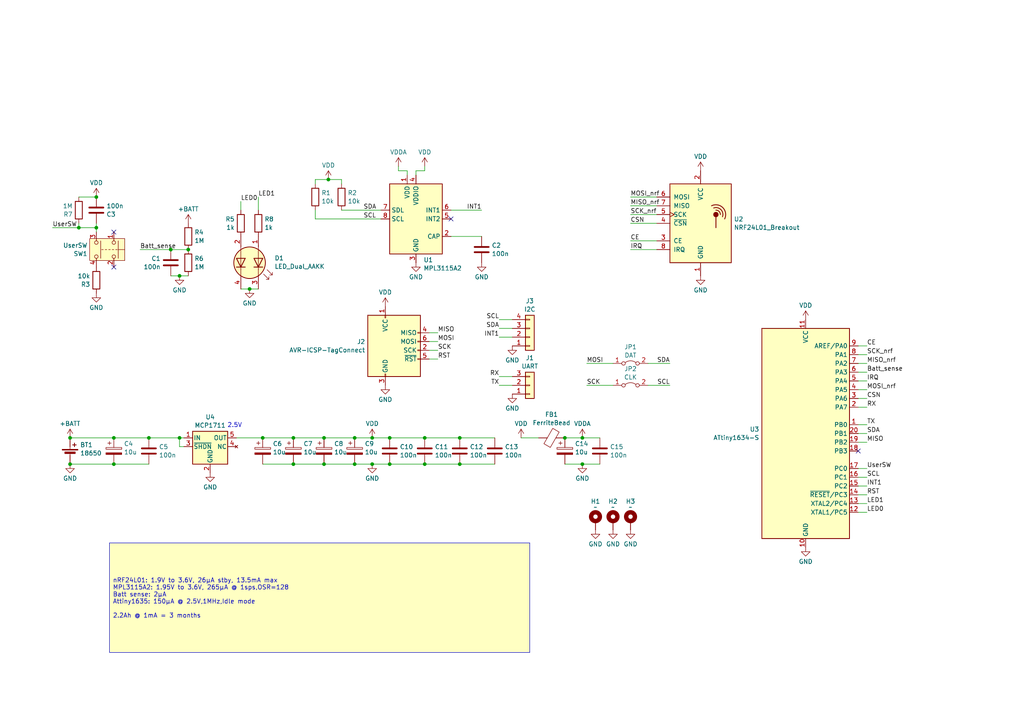
<source format=kicad_sch>
(kicad_sch (version 20231120) (generator "eeschema") (generator_version "8.0")
  (paper "A4")
  (lib_symbols
    (symbol "Connector_Generic:Conn_01x03" (pin_names (offset 1.016) hide)
      (property "Reference" "J" (at 0 5.08 0))
      (property "Value" "Conn_01x03" (at 0 -5.08 0))
      (symbol "Conn_01x03_1_1"
        (rectangle (start -1.27 -2.413) (end 0 -2.667) (stroke (width 0.1524)))
        (rectangle (start -1.27 0.127) (end 0 -0.127) (stroke (width 0.1524)))
        (rectangle (start -1.27 2.667) (end 0 2.413) (stroke (width 0.1524)))
        (rectangle (start -1.27 3.81) (end 1.27 -3.81) (stroke (width 0.254)) (fill (type background)))
        (pin passive line (at -5.08 2.54 0) (length 3.81) (name "Pin_1") (number "1"))
        (pin passive line (at -5.08 0 0) (length 3.81) (name "Pin_2") (number "2"))
        (pin passive line (at -5.08 -2.54 0) (length 3.81) (name "Pin_3") (number "3"))
      )
    )
    (symbol "Connector_Generic:Conn_01x04" (pin_names (offset 1.016) hide)
      (property "Reference" "J" (at 0 5.08 0))
      (property "Value" "Conn_01x04" (at 0 -7.62 0))
      (symbol "Conn_01x04_1_1"
        (rectangle (start -1.27 -4.953) (end 0 -5.207) (stroke (width 0.1524)))
        (rectangle (start -1.27 -2.413) (end 0 -2.667) (stroke (width 0.1524)))
        (rectangle (start -1.27 0.127) (end 0 -0.127) (stroke (width 0.1524)))
        (rectangle (start -1.27 2.667) (end 0 2.413) (stroke (width 0.1524)))
        (rectangle (start -1.27 3.81) (end 1.27 -6.35) (stroke (width 0.254)) (fill (type background)))
        (pin passive line (at -5.08 2.54 0) (length 3.81) (name "Pin_1") (number "1"))
        (pin passive line (at -5.08 0 0) (length 3.81) (name "Pin_2") (number "2"))
        (pin passive line (at -5.08 -2.54 0) (length 3.81) (name "Pin_3") (number "3"))
        (pin passive line (at -5.08 -5.08 0) (length 3.81) (name "Pin_4") (number "4"))
      )
    )
    (symbol "Device:Battery_Cell" (pin_numbers hide) (pin_names (offset 0) hide)
      (property "Reference" "BT" (at 2.54 2.54 0))
      (property "Value" "Battery_Cell" (at 2.54 0 0))
      (symbol "Battery_Cell_0_1"
        (rectangle (start -2.286 1.778) (end 2.286 1.524) (fill (type outline)))
        (rectangle (start -1.524 1.016) (end 1.524 0.508) (fill (type outline)))
        (polyline (pts (xy 0 0.762) (xy 0 0)))
        (polyline (pts (xy 0 1.778) (xy 0 2.54)))
        (polyline (pts (xy 0.762 3.048) (xy 1.778 3.048)) (stroke (width 0.254)))
        (polyline (pts (xy 1.27 3.556) (xy 1.27 2.54)) (stroke (width 0.254)))
      )
      (symbol "Battery_Cell_1_1"
        (pin passive line (at 0 5.08 270) (length 2.54) (name "+") (number "1"))
        (pin passive line (at 0 -2.54 90) (length 2.54) (name "-") (number "2"))
      )
    )
    (symbol "Device:C" (pin_numbers hide) (pin_names (offset 0.254))
      (property "Reference" "C" (at 0.635 2.54 0))
      (property "Value" "C" (at 0.635 -2.54 0))
      (symbol "C_0_1"
        (polyline (pts (xy -2.032 -0.762) (xy 2.032 -0.762)) (stroke (width 0.508)))
        (polyline (pts (xy -2.032 0.762) (xy 2.032 0.762)) (stroke (width 0.508)))
      )
      (symbol "C_1_1"
        (pin passive line (at 0 3.81 270) (length 2.794) (name "~") (number "1"))
        (pin passive line (at 0 -3.81 90) (length 2.794) (name "~") (number "2"))
      )
    )
    (symbol "Device:C_Polarized" (pin_numbers hide) (pin_names (offset 0.254))
      (property "Reference" "C" (at 0.635 2.54 0))
      (property "Value" "C_Polarized" (at 0.635 -2.54 0))
      (symbol "C_Polarized_0_1"
        (rectangle (start -2.286 0.508) (end 2.286 1.016))
        (polyline (pts (xy -1.778 2.286) (xy -0.762 2.286)))
        (polyline (pts (xy -1.27 2.794) (xy -1.27 1.778)))
        (rectangle (start 2.286 -0.508) (end -2.286 -1.016) (fill (type outline)))
      )
      (symbol "C_Polarized_1_1"
        (pin passive line (at 0 3.81 270) (length 2.794) (name "~") (number "1"))
        (pin passive line (at 0 -3.81 90) (length 2.794) (name "~") (number "2"))
      )
    )
    (symbol "Device:FerriteBead" (pin_numbers hide) (pin_names (offset 0))
      (property "Reference" "FB" (at -3.81 0.635 90))
      (property "Value" "FerriteBead" (at 3.81 0 90))
      (symbol "FerriteBead_0_1"
        (polyline (pts (xy 0 -1.27) (xy 0 -1.2192)))
        (polyline (pts (xy 0 1.27) (xy 0 1.2954)))
        (polyline (pts (xy -2.7686 0.4064) (xy -1.7018 2.2606) (xy 2.7686 -0.3048) (xy 1.6764 -2.159) (xy -2.7686 0.4064)))
      )
      (symbol "FerriteBead_1_1"
        (pin passive line (at 0 3.81 270) (length 2.54) (name "~") (number "1"))
        (pin passive line (at 0 -3.81 90) (length 2.54) (name "~") (number "2"))
      )
    )
    (symbol "Device:LED_Dual_AAKK" (pin_names (offset 0) hide)
      (property "Reference" "D" (at 0 5.715 0))
      (property "Value" "LED_Dual_AAKK" (at 0 -6.35 0))
      (symbol "LED_Dual_AAKK_0_1"
        (polyline (pts (xy -5.08 -2.54) (xy 2.032 -2.54)))
        (polyline (pts (xy -5.08 2.54) (xy 2.032 2.54)))
        (polyline (pts (xy 1.27 -1.27) (xy 1.27 -3.81)) (stroke (width 0.254)))
        (polyline (pts (xy 1.27 3.81) (xy 1.27 1.27)) (stroke (width 0.254)))
        (polyline (pts (xy 3.81 -2.54) (xy 1.905 -2.54)))
        (polyline (pts (xy 3.81 2.54) (xy 1.905 2.54)))
        (polyline (pts (xy -1.27 -1.27) (xy -1.27 -3.81) (xy 1.27 -2.54) (xy -1.27 -1.27)) (stroke (width 0.254)))
        (polyline (pts (xy -1.27 3.81) (xy -1.27 1.27) (xy 1.27 2.54) (xy -1.27 3.81)) (stroke (width 0.254)))
        (polyline (pts (xy 2.032 5.08) (xy 3.556 6.604) (xy 2.794 6.604) (xy 3.556 6.604) (xy 3.556 5.842)))
        (polyline (pts (xy 3.302 4.064) (xy 4.826 5.588) (xy 4.064 5.588) (xy 4.826 5.588) (xy 4.826 4.826)))
        (circle (center 0 0) (radius 4.572) (stroke (width 0.254)) (fill (type background)))
      )
      (symbol "LED_Dual_AAKK_1_1"
        (pin input line (at -7.62 2.54 0) (length 3.048) (name "A1") (number "1"))
        (pin input line (at -7.62 -2.54 0) (length 3.048) (name "A2") (number "2"))
        (pin input line (at 7.62 2.54 180) (length 3.81) (name "K1") (number "3"))
        (pin input line (at 7.62 -2.54 180) (length 3.81) (name "K2") (number "4"))
      )
    )
    (symbol "Device:R" (pin_numbers hide) (pin_names (offset 0))
      (property "Reference" "R" (at 2.032 0 90))
      (property "Value" "R" (at 0 0 90))
      (symbol "R_0_1"
        (rectangle (start -1.016 -2.54) (end 1.016 2.54) (stroke (width 0.254)))
      )
      (symbol "R_1_1"
        (pin passive line (at 0 3.81 270) (length 1.27) (name "~") (number "1"))
        (pin passive line (at 0 -3.81 90) (length 1.27) (name "~") (number "2"))
      )
    )
    (symbol "Jumper:Jumper_2_Bridged" (pin_names (offset 0) hide)
      (property "Reference" "JP" (at 0 1.905 0))
      (property "Value" "Jumper_2_Bridged" (at 0 -2.54 0))
      (symbol "Jumper_2_Bridged_0_0"
        (circle (center -2.032 0) (radius 0.508))
        (circle (center 2.032 0) (radius 0.508))
      )
      (symbol "Jumper_2_Bridged_0_1"
        (arc (start 1.524 0.254) (mid 0 0.762) (end -1.524 0.254))
      )
      (symbol "Jumper_2_Bridged_1_1"
        (pin passive line (at -5.08 0 0) (length 2.54) (name "A") (number "1"))
        (pin passive line (at 5.08 0 180) (length 2.54) (name "B") (number "2"))
      )
    )
    (symbol "MCU_Microchip_ATtiny:ATtiny1634-S"
      (property "Reference" "U" (at -12.7 31.75 0))
      (property "Value" "ATtiny1634-S" (at 2.54 -31.75 0))
      (symbol "ATtiny1634-S_0_1"
        (rectangle (start -12.7 -30.48) (end 12.7 30.48) (stroke (width 0.254)) (fill (type background)))
      )
      (symbol "ATtiny1634-S_1_1"
        (pin bidirectional line (at 15.24 2.54 180) (length 2.54) (name "PB0") (number "1"))
        (pin power_in line (at 0 -33.02 90) (length 2.54) (name "GND") (number "10"))
        (pin power_in line (at 0 33.02 270) (length 2.54) (name "VCC") (number "11"))
        (pin bidirectional line (at 15.24 -22.86 180) (length 2.54) (name "XTAL1/PC5") (number "12"))
        (pin bidirectional line (at 15.24 -20.32 180) (length 2.54) (name "XTAL2/PC4") (number "13"))
        (pin bidirectional line (at 15.24 -17.78 180) (length 2.54) (name "~{RESET}/PC3") (number "14"))
        (pin bidirectional line (at 15.24 -15.24 180) (length 2.54) (name "PC2") (number "15"))
        (pin bidirectional line (at 15.24 -12.7 180) (length 2.54) (name "PC1") (number "16"))
        (pin bidirectional line (at 15.24 -10.16 180) (length 2.54) (name "PC0") (number "17"))
        (pin bidirectional line (at 15.24 -5.08 180) (length 2.54) (name "PB3") (number "18"))
        (pin bidirectional line (at 15.24 -2.54 180) (length 2.54) (name "PB2") (number "19"))
        (pin bidirectional line (at 15.24 7.62 180) (length 2.54) (name "PA7") (number "2"))
        (pin bidirectional line (at 15.24 0 180) (length 2.54) (name "PB1") (number "20"))
        (pin bidirectional line (at 15.24 10.16 180) (length 2.54) (name "PA6") (number "3"))
        (pin bidirectional line (at 15.24 12.7 180) (length 2.54) (name "PA5") (number "4"))
        (pin bidirectional line (at 15.24 15.24 180) (length 2.54) (name "PA4") (number "5"))
        (pin bidirectional line (at 15.24 17.78 180) (length 2.54) (name "PA3") (number "6"))
        (pin bidirectional line (at 15.24 20.32 180) (length 2.54) (name "PA2") (number "7"))
        (pin bidirectional line (at 15.24 22.86 180) (length 2.54) (name "PA1") (number "8"))
        (pin bidirectional line (at 15.24 25.4 180) (length 2.54) (name "AREF/PA0") (number "9"))
      )
    )
    (symbol "Mechanical:MountingHole_Pad" (pin_numbers hide) (pin_names (offset 1.016) hide)
      (property "Reference" "H" (at 0 6.35 0))
      (property "Value" "MountingHole_Pad" (at 0 4.445 0))
      (symbol "MountingHole_Pad_0_1"
        (circle (center 0 1.27) (radius 1.27) (stroke (width 1.27)))
      )
      (symbol "MountingHole_Pad_1_1"
        (pin input line (at 0 -2.54 90) (length 2.54) (name "1") (number "1"))
      )
    )
    (symbol "RF:NRF24L01_Breakout" (pin_names (offset 1.016))
      (property "Reference" "U" (at -8.89 12.7 0))
      (property "Value" "NRF24L01_Breakout" (at 3.81 12.7 0))
      (symbol "NRF24L01_Breakout_0_1"
        (rectangle (start -8.89 11.43) (end 8.89 -11.43) (stroke (width 0.254)) (fill (type background)))
        (polyline (pts (xy 4.445 1.905) (xy 4.445 -1.27)) (stroke (width 0.254)))
        (circle (center 4.445 2.54) (radius 0.635) (stroke (width 0.254)) (fill (type outline)))
        (arc (start 5.715 2.54) (mid 5.3521 3.4546) (end 4.445 3.81) (stroke (width 0.254)))
        (arc (start 6.35 1.905) (mid 5.8763 3.9854) (end 3.81 4.445) (stroke (width 0.254)))
        (arc (start 6.985 1.27) (mid 6.453 4.548) (end 3.175 5.08) (stroke (width 0.254)))
      )
      (symbol "NRF24L01_Breakout_1_1"
        (pin power_in line (at 0 -15.24 90) (length 3.81) (name "GND") (number "1"))
        (pin power_in line (at 0 15.24 270) (length 3.81) (name "VCC") (number "2"))
        (pin input line (at -12.7 -5.08 0) (length 3.81) (name "CE") (number "3"))
        (pin input line (at -12.7 0 0) (length 3.81) (name "~{CSN}") (number "4"))
        (pin input clock (at -12.7 2.54 0) (length 3.81) (name "SCK") (number "5"))
        (pin input line (at -12.7 7.62 0) (length 3.81) (name "MOSI") (number "6"))
        (pin output line (at -12.7 5.08 0) (length 3.81) (name "MISO") (number "7"))
        (pin output line (at -12.7 -7.62 0) (length 3.81) (name "IRQ") (number "8"))
      )
    )
    (symbol "Sensor_Pressure:MPL3115A2"
      (property "Reference" "U" (at -6.35 11.43 0))
      (property "Value" "MPL3115A2" (at 6.35 11.43 0))
      (symbol "MPL3115A2_0_1"
        (rectangle (start 7.62 10.16) (end -7.62 -10.16) (stroke (width 0.254)) (fill (type background)))
      )
      (symbol "MPL3115A2_1_1"
        (pin power_in line (at -2.54 12.7 270) (length 2.54) (name "VDD") (number "1"))
        (pin passive line (at 10.16 -5.08 180) (length 2.54) (name "CAP") (number "2"))
        (pin power_in line (at 0 -12.7 90) (length 2.54) (name "GND") (number "3"))
        (pin power_in line (at 0 12.7 270) (length 2.54) (name "VDDIO") (number "4"))
        (pin open_collector line (at 10.16 0 180) (length 2.54) (name "INT2") (number "5"))
        (pin open_collector line (at 10.16 2.54 180) (length 2.54) (name "INT1") (number "6"))
        (pin bidirectional line (at -10.16 2.54 0) (length 2.54) (name "SDL") (number "7"))
        (pin input line (at -10.16 0 0) (length 2.54) (name "SCL") (number "8"))
      )
    )
    (symbol "Switch:SW_Push_Dual" (pin_names (offset 1.016) hide)
      (property "Reference" "SW" (at 0 7.62 0))
      (property "Value" "SW_Push_Dual" (at 0 -6.35 0))
      (symbol "SW_Push_Dual_0_1"
        (circle (center -2.032 -2.54) (radius 0.508))
        (circle (center -2.032 2.54) (radius 0.508))
        (polyline (pts (xy 0 -0.508) (xy 0 -1.016)))
        (polyline (pts (xy 0 0.508) (xy 0 0)))
        (polyline (pts (xy 0 1.016) (xy 0 1.524)))
        (polyline (pts (xy 0 2.032) (xy 0 2.54)))
        (polyline (pts (xy 0 3.048) (xy 0 3.556)))
        (polyline (pts (xy 0 3.81) (xy 0 5.588)))
        (polyline (pts (xy 2.54 -1.27) (xy -2.54 -1.27)))
        (polyline (pts (xy 2.54 3.81) (xy -2.54 3.81)))
        (circle (center 2.032 -2.54) (radius 0.508))
        (circle (center 2.032 2.54) (radius 0.508))
        (pin passive line (at -5.08 2.54 0) (length 2.54) (name "1") (number "1"))
        (pin passive line (at 5.08 2.54 180) (length 2.54) (name "2") (number "2"))
        (pin passive line (at -5.08 -2.54 0) (length 2.54) (name "3") (number "3"))
        (pin passive line (at 5.08 -2.54 180) (length 2.54) (name "4") (number "4"))
      )
      (symbol "SW_Push_Dual_1_1"
        (rectangle (start -3.175 5.715) (end 3.175 -4.445) (fill (type background)))
      )
    )
    (symbol "_MYLIBRARY:AVR-ICSP-Tagconnect" (pin_names (offset 1.016))
      (property "Reference" "J" (at -6.35 11.43 0))
      (property "Value" "AVR-ICSP-TagConnect" (at 0 11.43 0))
      (symbol "AVR-ICSP-Tagconnect_0_1"
        (rectangle (start -2.667 -6.858) (end -2.413 -7.62))
        (rectangle (start -2.667 10.16) (end -2.413 9.398))
        (rectangle (start 7.62 -2.413) (end 6.858 -2.667))
        (rectangle (start 7.62 0.127) (end 6.858 -0.127))
        (rectangle (start 7.62 2.667) (end 6.858 2.413))
        (rectangle (start 7.62 5.207) (end 6.858 4.953))
        (rectangle (start 7.62 10.16) (end -7.62 -7.62) (stroke (width 0.254)) (fill (type background)))
      )
      (symbol "AVR-ICSP-Tagconnect_1_1"
        (pin passive line (at -2.54 12.7 270) (length 2.54) (name "VCC") (number "1"))
        (pin passive line (at 10.16 0 180) (length 2.54) (name "SCK") (number "2"))
        (pin passive line (at -2.54 -10.16 90) (length 2.54) (name "GND") (number "3"))
        (pin passive line (at 10.16 5.08 180) (length 2.54) (name "MISO") (number "4"))
        (pin passive line (at 10.16 -2.54 180) (length 2.54) (name "~{RST}") (number "5"))
        (pin passive line (at 10.16 2.54 180) (length 2.54) (name "MOSI") (number "6"))
      )
    )
    (symbol "_MYLIBRARY:MCP1711" (pin_names (offset 0.254))
      (property "Reference" "U6" (at 0 7.4549 0))
      (property "Value" "MCP1711" (at 0 5.5339 0))
      (symbol "MCP1711_0_1"
        (rectangle (start -5.08 4.445) (end 5.08 -5.08) (stroke (width 0.254)) (fill (type background)))
      )
      (symbol "MCP1711_1_1"
        (pin power_in line (at -7.62 2.54 0) (length 2.54) (name "IN") (number "1"))
        (pin power_in line (at 0 -7.62 90) (length 2.54) (name "GND") (number "2"))
        (pin input line (at -7.62 0 0) (length 2.54) (name "~{SHDN}") (number "3"))
        (pin no_connect line (at 7.62 0 180) (length 2.54) (name "NC") (number "4"))
        (pin power_out line (at 7.62 2.54 180) (length 2.54) (name "OUT") (number "5"))
      )
    )
    (symbol "power:+BATT" (power) (pin_names (offset 0))
      (property "Value" "+BATT" (at 0 3.556 0))
      (symbol "+BATT_0_1"
        (polyline (pts (xy -0.762 1.27) (xy 0 2.54)))
        (polyline (pts (xy 0 0) (xy 0 2.54)))
        (polyline (pts (xy 0 2.54) (xy 0.762 1.27)))
      )
      (symbol "+BATT_1_1"
        (pin power_in line (at 0 0 90) (length 0) hide (name "+BATT") (number "1"))
      )
    )
    (symbol "power:GND" (power) (pin_names (offset 0))
      (property "Value" "GND" (at 0 -3.81 0))
      (symbol "GND_0_1"
        (polyline (pts (xy 0 0) (xy 0 -1.27) (xy 1.27 -1.27) (xy 0 -2.54) (xy -1.27 -1.27) (xy 0 -1.27)))
      )
      (symbol "GND_1_1"
        (pin power_in line (at 0 0 270) (length 0) hide (name "GND") (number "1"))
      )
    )
    (symbol "power:VDD" (power) (pin_names (offset 0))
      (property "Value" "VDD" (at 0 3.81 0))
      (symbol "VDD_0_1"
        (polyline (pts (xy -0.762 1.27) (xy 0 2.54)))
        (polyline (pts (xy 0 0) (xy 0 2.54)))
        (polyline (pts (xy 0 2.54) (xy 0.762 1.27)))
      )
      (symbol "VDD_1_1"
        (pin power_in line (at 0 0 90) (length 0) hide (name "VDD") (number "1"))
      )
    )
    (symbol "power:VDDA" (power) (pin_names (offset 0))
      (property "Value" "VDDA" (at 0 3.81 0))
      (symbol "VDDA_0_1"
        (polyline (pts (xy -0.762 1.27) (xy 0 2.54)))
        (polyline (pts (xy 0 0) (xy 0 2.54)))
        (polyline (pts (xy 0 2.54) (xy 0.762 1.27)))
      )
      (symbol "VDDA_1_1"
        (pin power_in line (at 0 0 90) (length 0) hide (name "VDDA") (number "1"))
      )
    )
  )
  (junction (at 27.94 57.15))
  (junction (at 95.25 52.07))
  (junction (at 168.91 134.62))
  (junction (at 52.07 80.01))
  (junction (at 49.53 72.39))
  (junction (at 33.02 127))
  (junction (at 43.18 127))
  (junction (at 52.07 127))
  (junction (at 20.32 134.62))
  (junction (at 76.2 127))
  (junction (at 133.35 127))
  (junction (at 123.19 127))
  (junction (at 102.87 134.62))
  (junction (at 113.03 127))
  (junction (at 85.09 127))
  (junction (at 33.02 134.62))
  (junction (at 113.03 134.62))
  (junction (at 54.61 72.39))
  (junction (at 107.95 127))
  (junction (at 133.35 134.62))
  (junction (at 72.39 83.82))
  (junction (at 27.94 66.04))
  (junction (at 102.87 127))
  (junction (at 168.91 127))
  (junction (at 20.32 127))
  (junction (at 107.95 134.62))
  (junction (at 22.86 66.04))
  (junction (at 123.19 134.62))
  (junction (at 93.98 134.62))
  (junction (at 163.83 127))
  (junction (at 85.09 134.62))
  (junction (at 93.98 127))
  (no_connect (at 33.02 77.47))
  (no_connect (at 248.92 130.81))
  (no_connect (at 130.81 63.5))
  (no_connect (at 33.02 67.31))
  (wire (pts (xy 251.46 138.43) (xy 248.92 138.43)))
  (wire (pts (xy 68.58 127) (xy 76.2 127)))
  (wire (pts (xy 27.94 66.04) (xy 22.86 66.04)))
  (wire (pts (xy 33.02 134.62) (xy 43.18 134.62)))
  (wire (pts (xy 20.32 134.62) (xy 33.02 134.62)))
  (wire (pts (xy 182.88 64.77) (xy 190.5 64.77)))
  (wire (pts (xy 182.88 57.15) (xy 190.5 57.15)))
  (wire (pts (xy 113.03 134.62) (xy 123.19 134.62)))
  (wire (pts (xy 22.86 66.04) (xy 15.24 66.04)))
  (wire (pts (xy 72.39 83.82) (xy 74.93 83.82)))
  (wire (pts (xy 127 101.6) (xy 124.46 101.6)))
  (wire (pts (xy 110.49 63.5) (xy 91.44 63.5)))
  (wire (pts (xy 118.11 49.53) (xy 118.11 50.8)))
  (wire (pts (xy 168.91 134.62) (xy 173.99 134.62)))
  (wire (pts (xy 187.96 111.76) (xy 194.31 111.76)))
  (wire (pts (xy 130.81 60.96) (xy 139.7 60.96)))
  (wire (pts (xy 251.46 128.27) (xy 248.92 128.27)))
  (wire (pts (xy 27.94 67.31) (xy 27.94 66.04)))
  (wire (pts (xy 133.35 134.62) (xy 143.51 134.62)))
  (wire (pts (xy 107.95 127) (xy 113.03 127)))
  (wire (pts (xy 194.31 105.41) (xy 187.96 105.41)))
  (wire (pts (xy 107.95 134.62) (xy 113.03 134.62)))
  (wire (pts (xy 102.87 134.62) (xy 107.95 134.62)))
  (wire (pts (xy 251.46 105.41) (xy 248.92 105.41)))
  (wire (pts (xy 123.19 134.62) (xy 133.35 134.62)))
  (wire (pts (xy 123.19 49.53) (xy 120.65 49.53)))
  (wire (pts (xy 53.34 129.54) (xy 52.07 129.54)))
  (wire (pts (xy 93.98 127) (xy 102.87 127)))
  (wire (pts (xy 144.78 109.22) (xy 148.59 109.22)))
  (wire (pts (xy 99.06 53.34) (xy 99.06 52.07)))
  (wire (pts (xy 251.46 102.87) (xy 248.92 102.87)))
  (wire (pts (xy 43.18 127) (xy 52.07 127)))
  (wire (pts (xy 52.07 80.01) (xy 54.61 80.01)))
  (wire (pts (xy 99.06 52.07) (xy 95.25 52.07)))
  (wire (pts (xy 95.25 52.07) (xy 91.44 52.07)))
  (wire (pts (xy 182.88 62.23) (xy 190.5 62.23)))
  (wire (pts (xy 115.57 49.53) (xy 118.11 49.53)))
  (wire (pts (xy 107.95 127) (xy 102.87 127)))
  (wire (pts (xy 91.44 63.5) (xy 91.44 60.96)))
  (wire (pts (xy 99.06 60.96) (xy 110.49 60.96)))
  (wire (pts (xy 74.93 57.15) (xy 74.93 60.96)))
  (wire (pts (xy 163.83 134.62) (xy 168.91 134.62)))
  (wire (pts (xy 251.46 125.73) (xy 248.92 125.73)))
  (wire (pts (xy 40.64 72.39) (xy 49.53 72.39)))
  (wire (pts (xy 69.85 58.42) (xy 69.85 60.96)))
  (wire (pts (xy 251.46 135.89) (xy 248.92 135.89)))
  (wire (pts (xy 123.19 49.53) (xy 123.19 48.26)))
  (wire (pts (xy 91.44 52.07) (xy 91.44 53.34)))
  (wire (pts (xy 170.18 111.76) (xy 177.8 111.76)))
  (wire (pts (xy 182.88 69.85) (xy 190.5 69.85)))
  (wire (pts (xy 27.94 57.15) (xy 22.86 57.15)))
  (wire (pts (xy 144.78 111.76) (xy 148.59 111.76)))
  (wire (pts (xy 130.81 68.58) (xy 139.7 68.58)))
  (wire (pts (xy 168.91 127) (xy 173.99 127)))
  (wire (pts (xy 69.85 83.82) (xy 72.39 83.82)))
  (wire (pts (xy 113.03 127) (xy 123.19 127)))
  (wire (pts (xy 76.2 127) (xy 85.09 127)))
  (wire (pts (xy 251.46 143.51) (xy 248.92 143.51)))
  (wire (pts (xy 76.2 134.62) (xy 85.09 134.62)))
  (wire (pts (xy 251.46 107.95) (xy 248.92 107.95)))
  (wire (pts (xy 127 99.06) (xy 124.46 99.06)))
  (wire (pts (xy 144.78 95.25) (xy 148.59 95.25)))
  (wire (pts (xy 151.13 127) (xy 156.21 127)))
  (wire (pts (xy 123.19 127) (xy 133.35 127)))
  (wire (pts (xy 85.09 127) (xy 93.98 127)))
  (wire (pts (xy 133.35 127) (xy 143.51 127)))
  (wire (pts (xy 93.98 134.62) (xy 102.87 134.62)))
  (wire (pts (xy 251.46 110.49) (xy 248.92 110.49)))
  (wire (pts (xy 170.18 105.41) (xy 177.8 105.41)))
  (wire (pts (xy 248.92 146.05) (xy 251.46 146.05)))
  (wire (pts (xy 251.46 113.03) (xy 248.92 113.03)))
  (wire (pts (xy 52.07 80.01) (xy 49.53 80.01)))
  (wire (pts (xy 163.83 127) (xy 168.91 127)))
  (wire (pts (xy 144.78 92.71) (xy 148.59 92.71)))
  (wire (pts (xy 33.02 127) (xy 43.18 127)))
  (wire (pts (xy 27.94 66.04) (xy 27.94 64.77)))
  (wire (pts (xy 127 96.52) (xy 124.46 96.52)))
  (wire (pts (xy 52.07 127) (xy 52.07 129.54)))
  (wire (pts (xy 85.09 134.62) (xy 93.98 134.62)))
  (wire (pts (xy 248.92 118.11) (xy 251.46 118.11)))
  (wire (pts (xy 22.86 64.77) (xy 22.86 66.04)))
  (wire (pts (xy 182.88 72.39) (xy 190.5 72.39)))
  (wire (pts (xy 120.65 49.53) (xy 120.65 50.8)))
  (wire (pts (xy 52.07 127) (xy 53.34 127)))
  (wire (pts (xy 148.59 97.79) (xy 144.78 97.79)))
  (wire (pts (xy 115.57 48.26) (xy 115.57 49.53)))
  (wire (pts (xy 182.88 59.69) (xy 190.5 59.69)))
  (wire (pts (xy 127 104.14) (xy 124.46 104.14)))
  (wire (pts (xy 251.46 115.57) (xy 248.92 115.57)))
  (wire (pts (xy 20.32 127) (xy 33.02 127)))
  (wire (pts (xy 251.46 100.33) (xy 248.92 100.33)))
  (wire (pts (xy 248.92 123.19) (xy 251.46 123.19)))
  (wire (pts (xy 49.53 72.39) (xy 54.61 72.39)))
  (wire (pts (xy 248.92 148.59) (xy 251.46 148.59)))
  (wire (pts (xy 251.46 140.97) (xy 248.92 140.97)))
  (text_box "nRF24L01: 1.9V to 3.6V, 26µA stby, 13.5mA max\nMPL3115A2: 1.95V to 3.6V, 265µA @ 1sps,OSR=128\nBatt sense: 2µA\nAttiny1635: 150µA @ 2.5V,1MHz,Idle mode\n\n2.2Ah @ 1mA = 3 months" (at 31.75 157.48 0) (size 121.92 31.75) (fill (type color) (color 255 255 194 1)) (effects (font (size 1.27 1.27)) (justify left)))
  (text "2.5V" (at 68.072 123.444 0) (effects (font (size 1.27 1.27))))
  (label "SCL" (at 251.46 138.43 0))
  (label "RX" (at 251.46 118.11 0))
  (label "CE" (at 251.46 100.33 0))
  (label "SDA" (at 144.78 95.25 180))
  (label "MISO_nrf" (at 182.88 59.69 0))
  (label "INT1" (at 139.7 60.96 180))
  (label "SDA" (at 194.31 105.41 180))
  (label "SCL" (at 144.78 92.71 180))
  (label "MOSI_nrf" (at 251.46 113.03 0))
  (label "LED1" (at 251.46 146.05 0))
  (label "SCL" (at 105.41 63.5 0))
  (label "TX" (at 144.78 111.76 180))
  (label "MOSI" (at 127 99.06 0))
  (label "Batt_sense" (at 251.46 107.95 0))
  (label "LED0" (at 251.46 148.59 0))
  (label "MISO" (at 251.46 128.27 0))
  (label "RST" (at 251.46 143.51 0))
  (label "SCK" (at 170.18 111.76 0))
  (label "SCK" (at 127 101.6 0))
  (label "MISO" (at 127 96.52 0))
  (label "CE" (at 182.88 69.85 0))
  (label "SCK_nrf" (at 182.88 62.23 0))
  (label "RX" (at 144.78 109.22 180))
  (label "MOSI_nrf" (at 182.88 57.15 0))
  (label "Batt_sense" (at 40.64 72.39 0))
  (label "RST" (at 127 104.14 0))
  (label "SDA" (at 105.41 60.96 0))
  (label "UserSW" (at 251.46 135.89 0))
  (label "MOSI" (at 170.18 105.41 0))
  (label "UserSW" (at 15.24 66.04 0))
  (label "CSN" (at 251.46 115.57 0))
  (label "IRQ" (at 251.46 110.49 0))
  (label "INT1" (at 144.78 97.79 180))
  (label "IRQ" (at 182.88 72.39 0))
  (label "SCL" (at 194.31 111.76 180))
  (label "LED0" (at 69.85 58.42 0))
  (label "SCK_nrf" (at 251.46 102.87 0))
  (label "LED1" (at 74.93 57.15 0))
  (label "TX" (at 251.46 123.19 0))
  (label "INT1" (at 251.46 140.97 0))
  (label "MISO_nrf" (at 251.46 105.41 0))
  (label "SDA" (at 251.46 125.73 0))
  (label "CSN" (at 182.88 64.77 0))
  (symbol (lib_id "Device:C_Polarized") (at 102.87 130.81 0) (unit 1)
    (property "Reference" "C9" (at 105.791 128.7088 0) (effects (justify left)))
    (property "Value" "10u" (at 105.791 131.1331 0) (effects (justify left)))
    (property "Footprint" "Capacitor_SMD:C_0805_2012Metric_Pad1.18x1.45mm_HandSolder" (effects (hide yes)))
    (property "Description" "Polarized capacitor" (effects (hide yes)))
  )
  (symbol (lib_id "power:+BATT") (at 54.61 64.77 0) (unit 1)
    (property "Reference" "#PWR05" (effects (hide yes)))
    (property "Value" "+BATT" (at 54.61 60.6369 0))
    (property "Description" "Power symbol creates a global label with name \"+BATT\"" (effects (hide yes)))
  )
  (symbol (lib_id "Device:C") (at 173.99 130.81 0) (unit 1)
    (property "Reference" "C15" (at 176.911 129.5978 0) (effects (justify left)))
    (property "Value" "100n" (at 176.911 132.0221 0) (effects (justify left)))
    (property "Footprint" "Capacitor_SMD:C_0603_1608Metric_Pad1.08x0.95mm_HandSolder" (effects (hide yes)))
    (property "Description" "Unpolarized capacitor" (effects (hide yes)))
  )
  (symbol (lib_id "Device:C") (at 43.18 130.81 0) (unit 1)
    (property "Reference" "C5" (at 46.101 129.5978 0) (effects (justify left)))
    (property "Value" "100n" (at 46.101 132.0221 0) (effects (justify left)))
    (property "Footprint" "Capacitor_SMD:C_0603_1608Metric_Pad1.08x0.95mm_HandSolder" (effects (hide yes)))
    (property "Description" "Unpolarized capacitor" (effects (hide yes)))
  )
  (symbol (lib_id "power:GND") (at 172.72 153.67 0) (unit 1)
    (property "Reference" "#PWR027" (effects (hide yes)))
    (property "Value" "GND" (at 172.72 157.8031 0))
    (property "Description" "Power symbol creates a global label with name \"GND\" , ground" (effects (hide yes)))
  )
  (symbol (lib_id "power:GND") (at 27.94 85.09 0) (unit 1)
    (property "Reference" "#PWR011" (effects (hide yes)))
    (property "Value" "GND" (at 27.94 89.2231 0))
    (property "Description" "Power symbol creates a global label with name \"GND\" , ground" (effects (hide yes)))
  )
  (symbol (lib_id "Device:C_Polarized") (at 163.83 130.81 0) (unit 1)
    (property "Reference" "C14" (at 166.751 128.7088 0) (effects (justify left)))
    (property "Value" "10u" (at 166.751 131.1331 0) (effects (justify left)))
    (property "Footprint" "Capacitor_SMD:C_0805_2012Metric_Pad1.18x1.45mm_HandSolder" (effects (hide yes)))
    (property "Description" "Polarized capacitor" (effects (hide yes)))
  )
  (symbol (lib_id "Mechanical:MountingHole_Pad") (at 177.8 151.13 0) (unit 1)
    (property "Reference" "H2" (at 177.8 145.4235 0))
    (property "Value" "~" (at 177.8 147.1049 0))
    (property "Footprint" "MountingHole:MountingHole_3.2mm_M3_Pad_Via" (effects (hide yes)))
    (property "Description" "Mounting Hole with connection" (effects (hide yes)))
  )
  (symbol (lib_id "power:GND") (at 148.59 114.3 0) (unit 1)
    (property "Reference" "#PWR013" (effects (hide yes)))
    (property "Value" "GND" (at 148.59 118.4331 0))
    (property "Description" "Power symbol creates a global label with name \"GND\" , ground" (effects (hide yes)))
  )
  (symbol (lib_id "power:VDDA") (at 115.57 48.26 0) (unit 1)
    (property "Reference" "#PWR023" (effects (hide yes)))
    (property "Value" "VDDA" (at 115.57 44.1269 0))
    (property "Description" "Power symbol creates a global label with name \"VDDA\"" (effects (hide yes)))
  )
  (symbol (lib_id "Device:C") (at 123.19 130.81 0) (unit 1)
    (property "Reference" "C11" (at 126.111 129.5978 0) (effects (justify left)))
    (property "Value" "100n" (at 126.111 132.0221 0) (effects (justify left)))
    (property "Footprint" "Capacitor_SMD:C_0603_1608Metric_Pad1.08x0.95mm_HandSolder" (effects (hide yes)))
    (property "Description" "Unpolarized capacitor" (effects (hide yes)))
  )
  (symbol (lib_id "power:VDDA") (at 168.91 127 0) (unit 1)
    (property "Reference" "#PWR022" (effects (hide yes)))
    (property "Value" "VDDA" (at 168.91 122.8669 0))
    (property "Description" "Power symbol creates a global label with name \"VDDA\"" (effects (hide yes)))
  )
  (symbol (lib_id "power:GND") (at 168.91 134.62 0) (unit 1)
    (property "Reference" "#PWR025" (effects (hide yes)))
    (property "Value" "GND" (at 168.91 138.7531 0))
    (property "Description" "Power symbol creates a global label with name \"GND\" , ground" (effects (hide yes)))
  )
  (symbol (lib_id "Device:R") (at 91.44 57.15 0) (unit 1)
    (property "Reference" "R1" (at 93.218 55.9378 0) (effects (justify left)))
    (property "Value" "10k" (at 93.218 58.3621 0) (effects (justify left)))
    (property "Footprint" "Resistor_SMD:R_0603_1608Metric_Pad0.98x0.95mm_HandSolder" (effects (hide yes)))
    (property "Description" "Resistor" (effects (hide yes)))
  )
  (symbol (lib_id "power:VDD") (at 151.13 127 0) (unit 1)
    (property "Reference" "#PWR024" (effects (hide yes)))
    (property "Value" "VDD" (at 151.13 122.8669 0))
    (property "Description" "Power symbol creates a global label with name \"VDD\"" (effects (hide yes)))
  )
  (symbol (lib_id "Device:C") (at 113.03 130.81 0) (unit 1)
    (property "Reference" "C10" (at 115.951 129.5978 0) (effects (justify left)))
    (property "Value" "100n" (at 115.951 132.0221 0) (effects (justify left)))
    (property "Footprint" "Capacitor_SMD:C_0603_1608Metric_Pad1.08x0.95mm_HandSolder" (effects (hide yes)))
    (property "Description" "Unpolarized capacitor" (effects (hide yes)))
  )
  (symbol (lib_id "Device:R") (at 69.85 64.77 0) (unit 1)
    (property "Reference" "R5" (at 68.0721 63.5578 0) (effects (justify right)))
    (property "Value" "1k" (at 68.0721 65.9821 0) (effects (justify right)))
    (property "Footprint" "Resistor_SMD:R_0603_1608Metric_Pad0.98x0.95mm_HandSolder" (effects (hide yes)))
    (property "Description" "Resistor" (effects (hide yes)))
  )
  (symbol (lib_id "Mechanical:MountingHole_Pad") (at 182.88 151.13 0) (unit 1)
    (property "Reference" "H3" (at 182.88 145.4235 0))
    (property "Value" "~" (at 182.88 147.1049 0))
    (property "Footprint" "MountingHole:MountingHole_3.2mm_M3_Pad_Via" (effects (hide yes)))
    (property "Description" "Mounting Hole with connection" (effects (hide yes)))
  )
  (symbol (lib_id "power:GND") (at 120.65 76.2 0) (unit 1)
    (property "Reference" "#PWR08" (effects (hide yes)))
    (property "Value" "GND" (at 120.65 80.3331 0))
    (property "Description" "Power symbol creates a global label with name \"GND\" , ground" (effects (hide yes)))
  )
  (symbol (lib_id "power:GND") (at 20.32 134.62 0) (unit 1)
    (property "Reference" "#PWR017" (effects (hide yes)))
    (property "Value" "GND" (at 20.32 138.7531 0))
    (property "Description" "Power symbol creates a global label with name \"GND\" , ground" (effects (hide yes)))
  )
  (symbol (lib_id "Jumper:Jumper_2_Bridged") (at 182.88 111.76 0) (unit 1)
    (property "Reference" "JP2" (at 182.88 106.9805 0))
    (property "Value" "CLK" (at 182.88 109.4048 0))
    (property "Footprint" "Jumper:SolderJumper-2_P1.3mm_Bridged_RoundedPad1.0x1.5mm" (effects (hide yes)))
    (property "Description" "Jumper, 2-pole, closed/bridged" (effects (hide yes)))
  )
  (symbol (lib_id "Device:R") (at 22.86 60.96 180) (unit 1)
    (property "Reference" "R7" (at 21.082 62.1722 0) (effects (justify left)))
    (property "Value" "1M" (at 21.082 59.7479 0) (effects (justify left)))
    (property "Footprint" "Resistor_SMD:R_0603_1608Metric_Pad0.98x0.95mm_HandSolder" (effects (hide yes)))
    (property "Description" "Resistor" (effects (hide yes)))
  )
  (symbol (lib_id "power:VDD") (at 107.95 127 0) (unit 1)
    (property "Reference" "#PWR015" (effects (hide yes)))
    (property "Value" "VDD" (at 107.95 122.8669 0))
    (property "Description" "Power symbol creates a global label with name \"VDD\"" (effects (hide yes)))
  )
  (symbol (lib_id "Device:Battery_Cell") (at 20.32 132.08 0) (unit 1)
    (property "Reference" "BT1" (at 23.241 129.0263 0) (effects (justify left)))
    (property "Value" "18650" (at 23.241 131.4506 0) (effects (justify left)))
    (property "Footprint" "TerminalBlock:TerminalBlock_bornier-2_P5.08mm" (effects (hide yes)))
    (property "Description" "Single-cell battery" (effects (hide yes)))
  )
  (symbol (lib_id "Jumper:Jumper_2_Bridged") (at 182.88 105.41 0) (unit 1)
    (property "Reference" "JP1" (at 182.88 100.6305 0))
    (property "Value" "DAT" (at 182.88 103.0548 0))
    (property "Footprint" "Jumper:SolderJumper-2_P1.3mm_Bridged_RoundedPad1.0x1.5mm" (effects (hide yes)))
    (property "Description" "Jumper, 2-pole, closed/bridged" (effects (hide yes)))
  )
  (symbol (lib_id "power:GND") (at 182.88 153.67 0) (unit 1)
    (property "Reference" "#PWR029" (effects (hide yes)))
    (property "Value" "GND" (at 182.88 157.8031 0))
    (property "Description" "Power symbol creates a global label with name \"GND\" , ground" (effects (hide yes)))
  )
  (symbol (lib_id "_MYLIBRARY:MCP1711") (at 60.96 129.54 0) (unit 1)
    (property "Reference" "U4" (at 60.96 120.9505 0))
    (property "Value" "MCP1711" (at 60.96 123.3748 0))
    (property "Footprint" "Package_TO_SOT_SMD:SOT-23-5" (effects (hide yes)))
    (property "Datasheet" "https://ww1.microchip.com/downloads/en/DeviceDoc/20005415D.pdf" (effects (hide yes)))
    (property "Description" "150mA low dropout linear regulator, fixed 3.3V output, SOT-23-5" (effects (hide yes)))
  )
  (symbol (lib_id "power:GND") (at 139.7 76.2 0) (unit 1)
    (property "Reference" "#PWR09" (effects (hide yes)))
    (property "Value" "GND" (at 139.7 80.3331 0))
    (property "Description" "Power symbol creates a global label with name \"GND\" , ground" (effects (hide yes)))
  )
  (symbol (lib_id "Device:C") (at 49.53 76.2 0) (unit 1)
    (property "Reference" "C1" (at 46.6091 74.9878 0) (effects (justify right)))
    (property "Value" "100n" (at 46.6091 77.4121 0) (effects (justify right)))
    (property "Footprint" "Capacitor_SMD:C_0603_1608Metric_Pad1.08x0.95mm_HandSolder" (effects (hide yes)))
    (property "Description" "Unpolarized capacitor" (effects (hide yes)))
  )
  (symbol (lib_id "Device:C_Polarized") (at 33.02 130.81 0) (unit 1)
    (property "Reference" "C4" (at 35.941 128.7088 0) (effects (justify left)))
    (property "Value" "10u" (at 35.941 131.1331 0) (effects (justify left)))
    (property "Footprint" "Capacitor_SMD:C_0805_2012Metric_Pad1.18x1.45mm_HandSolder" (effects (hide yes)))
    (property "Description" "Polarized capacitor" (effects (hide yes)))
  )
  (symbol (lib_id "Device:C") (at 27.94 60.96 180) (unit 1)
    (property "Reference" "C3" (at 30.8609 62.1722 0) (effects (justify right)))
    (property "Value" "100n" (at 30.8609 59.7479 0) (effects (justify right)))
    (property "Footprint" "Capacitor_SMD:C_0603_1608Metric_Pad1.08x0.95mm_HandSolder" (effects (hide yes)))
    (property "Description" "Unpolarized capacitor" (effects (hide yes)))
  )
  (symbol (lib_id "Device:C") (at 143.51 130.81 0) (unit 1)
    (property "Reference" "C13" (at 146.431 129.5978 0) (effects (justify left)))
    (property "Value" "100n" (at 146.431 132.0221 0) (effects (justify left)))
    (property "Footprint" "Capacitor_SMD:C_0603_1608Metric_Pad1.08x0.95mm_HandSolder" (effects (hide yes)))
    (property "Description" "Unpolarized capacitor" (effects (hide yes)))
  )
  (symbol (lib_id "Device:R") (at 74.93 64.77 0) (unit 1)
    (property "Reference" "R8" (at 76.708 63.5578 0) (effects (justify left)))
    (property "Value" "1k" (at 76.708 65.9821 0) (effects (justify left)))
    (property "Footprint" "Resistor_SMD:R_0603_1608Metric_Pad0.98x0.95mm_HandSolder" (effects (hide yes)))
    (property "Description" "Resistor" (effects (hide yes)))
  )
  (symbol (lib_id "Sensor_Pressure:MPL3115A2") (at 120.65 63.5 0) (unit 1)
    (property "Reference" "U1" (at 122.8441 75.3801 0) (effects (justify left)))
    (property "Value" "MPL3115A2" (at 122.8441 77.8044 0) (effects (justify left)))
    (property "Footprint" "Package_LGA:NXP_LGA-8_3x5mm_P1.25mm_H1.1mm" (effects (hide yes)))
    (property "Datasheet" "https://www.nxp.com/docs/en/data-sheet/MPL3115A2.pdf" (effects (hide yes)))
    (property "Description" "I2C precision pressure sensor with altimetry, LGA-8" (effects (hide yes)))
  )
  (symbol (lib_id "Device:R") (at 54.61 76.2 0) (unit 1)
    (property "Reference" "R6" (at 56.388 74.9878 0) (effects (justify left)))
    (property "Value" "1M" (at 56.388 77.4121 0) (effects (justify left)))
    (property "Footprint" "Resistor_SMD:R_0603_1608Metric_Pad0.98x0.95mm_HandSolder" (effects (hide yes)))
    (property "Description" "Resistor" (effects (hide yes)))
  )
  (symbol (lib_id "Device:C") (at 133.35 130.81 0) (unit 1)
    (property "Reference" "C12" (at 136.271 129.5978 0) (effects (justify left)))
    (property "Value" "100n" (at 136.271 132.0221 0) (effects (justify left)))
    (property "Footprint" "Capacitor_SMD:C_0603_1608Metric_Pad1.08x0.95mm_HandSolder" (effects (hide yes)))
    (property "Description" "Unpolarized capacitor" (effects (hide yes)))
  )
  (symbol (lib_id "Device:C_Polarized") (at 76.2 130.81 0) (unit 1)
    (property "Reference" "C6" (at 79.121 128.7088 0) (effects (justify left)))
    (property "Value" "10u" (at 79.121 131.1331 0) (effects (justify left)))
    (property "Footprint" "Capacitor_SMD:C_0805_2012Metric_Pad1.18x1.45mm_HandSolder" (effects (hide yes)))
    (property "Description" "Polarized capacitor" (effects (hide yes)))
  )
  (symbol (lib_id "Mechanical:MountingHole_Pad") (at 172.72 151.13 0) (unit 1)
    (property "Reference" "H1" (at 172.72 145.4235 0))
    (property "Value" "~" (at 172.72 147.1049 0))
    (property "Footprint" "MountingHole:MountingHole_3.2mm_M3_Pad_Via" (effects (hide yes)))
    (property "Description" "Mounting Hole with connection" (effects (hide yes)))
  )
  (symbol (lib_id "power:VDD") (at 203.2 49.53 0) (unit 1)
    (property "Reference" "#PWR02" (effects (hide yes)))
    (property "Value" "VDD" (at 203.2 45.3969 0))
    (property "Description" "Power symbol creates a global label with name \"VDD\"" (effects (hide yes)))
  )
  (symbol (lib_id "Device:C") (at 139.7 72.39 0) (unit 1)
    (property "Reference" "C2" (at 142.621 71.1778 0) (effects (justify left)))
    (property "Value" "100n" (at 142.621 73.6021 0) (effects (justify left)))
    (property "Footprint" "Capacitor_SMD:C_0603_1608Metric_Pad1.08x0.95mm_HandSolder" (effects (hide yes)))
    (property "Description" "Unpolarized capacitor" (effects (hide yes)))
  )
  (symbol (lib_id "Device:R") (at 54.61 68.58 0) (unit 1)
    (property "Reference" "R4" (at 56.388 67.3678 0) (effects (justify left)))
    (property "Value" "1M" (at 56.388 69.7921 0) (effects (justify left)))
    (property "Footprint" "Resistor_SMD:R_0603_1608Metric_Pad0.98x0.95mm_HandSolder" (effects (hide yes)))
    (property "Description" "Resistor" (effects (hide yes)))
  )
  (symbol (lib_id "Device:C_Polarized") (at 93.98 130.81 0) (unit 1)
    (property "Reference" "C8" (at 96.901 128.7088 0) (effects (justify left)))
    (property "Value" "10u" (at 96.901 131.1331 0) (effects (justify left)))
    (property "Footprint" "Capacitor_SMD:C_0805_2012Metric_Pad1.18x1.45mm_HandSolder" (effects (hide yes)))
    (property "Description" "Polarized capacitor" (effects (hide yes)))
  )
  (symbol (lib_id "RF:NRF24L01_Breakout") (at 203.2 64.77 0) (unit 1)
    (property "Reference" "U2" (at 212.852 63.5578 0) (effects (justify left)))
    (property "Value" "NRF24L01_Breakout" (at 212.852 65.9821 0) (effects (justify left)))
    (property "Footprint" "RF_Module:nRF24L01_Breakout" (effects (hide yes)))
    (property "Datasheet" "http://www.nordicsemi.com/eng/content/download/2730/34105/file/nRF24L01_Product_Specification_v2_0.pdf" (effects (hide yes)))
    (property "Description" "Ultra low power 2.4GHz RF Transceiver, Carrier PCB" (effects (hide yes)))
  )
  (symbol (lib_id "power:GND") (at 148.59 100.33 0) (unit 1)
    (property "Reference" "#PWR026" (effects (hide yes)))
    (property "Value" "GND" (at 148.59 104.4631 0))
    (property "Description" "Power symbol creates a global label with name \"GND\" , ground" (effects (hide yes)))
  )
  (symbol (lib_id "Switch:SW_Push_Dual") (at 30.48 72.39 270) (unit 1)
    (property "Reference" "SW1" (at 25.4 73.6022 90) (effects (justify right)))
    (property "Value" "UserSW" (at 25.4 71.1779 90) (effects (justify right)))
    (property "Footprint" "Button_Switch_THT:Push_E-Switch_KS01Q01" (effects (hide yes)))
    (property "Description" "Push button switch, generic, symbol, four pins" (effects (hide yes)))
  )
  (symbol (lib_id "Connector_Generic:Conn_01x04") (at 153.67 97.79 0) (mirror x) (unit 1)
    (property "Reference" "J3" (at 153.67 87.2955 0))
    (property "Value" "I2C" (at 153.67 89.7198 0))
    (property "Footprint" "Connector_PinHeader_2.54mm:PinHeader_1x04_P2.54mm_Vertical" (effects (hide yes)))
    (property "Description" "Generic connector, single row, 01x04, script generated (kicad-library-utils/schlib/autogen/connector/)" (effects (hide yes)))
  )
  (symbol (lib_id "power:GND") (at 107.95 134.62 0) (unit 1)
    (property "Reference" "#PWR018" (effects (hide yes)))
    (property "Value" "GND" (at 107.95 138.7531 0))
    (property "Description" "Power symbol creates a global label with name \"GND\" , ground" (effects (hide yes)))
  )
  (symbol (lib_id "power:GND") (at 203.2 80.01 0) (unit 1)
    (property "Reference" "#PWR010" (effects (hide yes)))
    (property "Value" "GND" (at 203.2 84.1431 0))
    (property "Description" "Power symbol creates a global label with name \"GND\" , ground" (effects (hide yes)))
  )
  (symbol (lib_id "power:GND") (at 60.96 137.16 0) (unit 1)
    (property "Reference" "#PWR019" (effects (hide yes)))
    (property "Value" "GND" (at 60.96 141.2931 0))
    (property "Description" "Power symbol creates a global label with name \"GND\" , ground" (effects (hide yes)))
  )
  (symbol (lib_id "Connector_Generic:Conn_01x03") (at 153.67 111.76 0) (mirror x) (unit 1)
    (property "Reference" "J1" (at 153.67 103.8055 0))
    (property "Value" "UART" (at 153.67 106.2298 0))
    (property "Footprint" "Connector_PinHeader_2.54mm:PinHeader_1x03_P2.54mm_Vertical" (effects (hide yes)))
    (property "Description" "Generic connector, single row, 01x03, script generated (kicad-library-utils/schlib/autogen/connector/)" (effects (hide yes)))
  )
  (symbol (lib_id "_MYLIBRARY:AVR-ICSP-Tagconnect") (at 114.3 101.6 0) (unit 1)
    (property "Reference" "J2" (at 105.918 99.1178 0) (effects (justify right)))
    (property "Value" "AVR-ICSP-TagConnect" (at 105.918 101.5421 0) (effects (justify right)))
    (property "Footprint" "Connector:Tag-Connect_TC2030-IDC-NL_2x03_P1.27mm_Vertical" (effects (hide yes)))
    (property "Description" "Atmel 6-pin ISP connector" (effects (hide yes)))
  )
  (symbol (lib_id "power:VDD") (at 27.94 57.15 0) (unit 1)
    (property "Reference" "#PWR0101" (effects (hide yes)))
    (property "Value" "VDD" (at 27.94 53.0169 0))
    (property "Description" "Power symbol creates a global label with name \"VDD\"" (effects (hide yes)))
  )
  (symbol (lib_id "power:VDD") (at 95.25 52.07 0) (unit 1)
    (property "Reference" "#PWR03" (effects (hide yes)))
    (property "Value" "VDD" (at 95.25 47.9369 0))
    (property "Description" "Power symbol creates a global label with name \"VDD\"" (effects (hide yes)))
  )
  (symbol (lib_id "power:GND") (at 72.39 83.82 0) (unit 1)
    (property "Reference" "#PWR07" (effects (hide yes)))
    (property "Value" "GND" (at 72.39 87.9531 0))
    (property "Description" "Power symbol creates a global label with name \"GND\" , ground" (effects (hide yes)))
  )
  (symbol (lib_id "power:GND") (at 177.8 153.67 0) (unit 1)
    (property "Reference" "#PWR028" (effects (hide yes)))
    (property "Value" "GND" (at 177.8 157.8031 0))
    (property "Description" "Power symbol creates a global label with name \"GND\" , ground" (effects (hide yes)))
  )
  (symbol (lib_id "power:VDD") (at 233.68 92.71 0) (unit 1)
    (property "Reference" "#PWR012" (effects (hide yes)))
    (property "Value" "VDD" (at 233.68 88.5769 0))
    (property "Description" "Power symbol creates a global label with name \"VDD\"" (effects (hide yes)))
  )
  (symbol (lib_id "Device:LED_Dual_AAKK") (at 72.39 76.2 270) (unit 1)
    (property "Reference" "D1" (at 79.629 74.8608 90) (effects (justify left)))
    (property "Value" "LED_Dual_AAKK" (at 79.629 77.2851 90) (effects (justify left)))
    (property "Footprint" "LED_SMD:LED_Cree-PLCC4_3.2x2.8mm_CCW" (effects (hide yes)))
    (property "Description" "Dual LED, cathodes on pins 3 and 4" (effects (hide yes)))
  )
  (symbol (lib_id "Device:C_Polarized") (at 85.09 130.81 0) (unit 1)
    (property "Reference" "C7" (at 88.011 128.7088 0) (effects (justify left)))
    (property "Value" "10u" (at 88.011 131.1331 0) (effects (justify left)))
    (property "Footprint" "Capacitor_SMD:C_0805_2012Metric_Pad1.18x1.45mm_HandSolder" (effects (hide yes)))
    (property "Description" "Polarized capacitor" (effects (hide yes)))
  )
  (symbol (lib_id "Device:R") (at 27.94 81.28 180) (unit 1)
    (property "Reference" "R3" (at 26.162 82.4922 0) (effects (justify left)))
    (property "Value" "10k" (at 26.162 80.0679 0) (effects (justify left)))
    (property "Footprint" "Resistor_SMD:R_0603_1608Metric_Pad0.98x0.95mm_HandSolder" (effects (hide yes)))
    (property "Description" "Resistor" (effects (hide yes)))
  )
  (symbol (lib_id "Device:R") (at 99.06 57.15 0) (unit 1)
    (property "Reference" "R2" (at 100.838 55.9378 0) (effects (justify left)))
    (property "Value" "10k" (at 100.838 58.3621 0) (effects (justify left)))
    (property "Footprint" "Resistor_SMD:R_0603_1608Metric_Pad0.98x0.95mm_HandSolder" (effects (hide yes)))
    (property "Description" "Resistor" (effects (hide yes)))
  )
  (symbol (lib_id "power:GND") (at 233.68 158.75 0) (unit 1)
    (property "Reference" "#PWR021" (effects (hide yes)))
    (property "Value" "GND" (at 233.68 162.8831 0))
    (property "Description" "Power symbol creates a global label with name \"GND\" , ground" (effects (hide yes)))
  )
  (symbol (lib_id "power:VDD") (at 111.76 88.9 0) (unit 1)
    (property "Reference" "#PWR016" (effects (hide yes)))
    (property "Value" "VDD" (at 111.76 84.7669 0))
    (property "Description" "Power symbol creates a global label with name \"VDD\"" (effects (hide yes)))
  )
  (symbol (lib_id "power:GND") (at 111.76 111.76 0) (unit 1)
    (property "Reference" "#PWR020" (effects (hide yes)))
    (property "Value" "GND" (at 111.76 115.8931 0))
    (property "Description" "Power symbol creates a global label with name \"GND\" , ground" (effects (hide yes)))
  )
  (symbol (lib_id "power:+BATT") (at 20.32 127 0) (unit 1)
    (property "Reference" "#PWR014" (effects (hide yes)))
    (property "Value" "+BATT" (at 20.32 122.8669 0))
    (property "Description" "Power symbol creates a global label with name \"+BATT\"" (effects (hide yes)))
  )
  (symbol (lib_id "MCU_Microchip_ATtiny:ATtiny1634-S") (at 233.68 125.73 0) (unit 1)
    (property "Reference" "U3" (at 220.218 124.5178 0) (effects (justify right)))
    (property "Value" "ATtiny1634-S" (at 220.218 126.9421 0) (effects (justify right)))
    (property "Footprint" "Package_SO:SOIC-20W_7.5x12.8mm_P1.27mm" (effects (hide yes)))
    (property "Datasheet" "http://ww1.microchip.com/downloads/en/DeviceDoc/Atmel-8303-8-bit-AVR-Microcontroller-tinyAVR-ATtiny1634_Datasheet.pdf" (effects (hide yes)))
    (property "Description" "12MHz, 16kB Flash, 1kB SRAM, 256B EEPROM, ADC, ACI, debugWIRE, SOIC-20" (effects (hide yes)))
  )
  (symbol (lib_id "power:VDD") (at 123.19 48.26 0) (unit 1)
    (property "Reference" "#PWR01" (effects (hide yes)))
    (property "Value" "VDD" (at 123.19 44.1269 0))
    (property "Description" "Power symbol creates a global label with name \"VDD\"" (effects (hide yes)))
  )
  (symbol (lib_id "power:GND") (at 52.07 80.01 0) (unit 1)
    (property "Reference" "#PWR06" (effects (hide yes)))
    (property "Value" "GND" (at 52.07 84.1431 0))
    (property "Description" "Power symbol creates a global label with name \"GND\" , ground" (effects (hide yes)))
  )
  (symbol (lib_id "Device:FerriteBead") (at 160.02 127 90) (unit 1)
    (property "Reference" "FB1" (at 159.9692 120.2139 90))
    (property "Value" "FerriteBead" (at 159.9692 122.6382 90))
    (property "Footprint" "Inductor_SMD:L_0805_2012Metric_Pad1.05x1.20mm_HandSolder" (effects (hide yes)))
    (property "Description" "Ferrite bead" (effects (hide yes)))
  )
)
</source>
